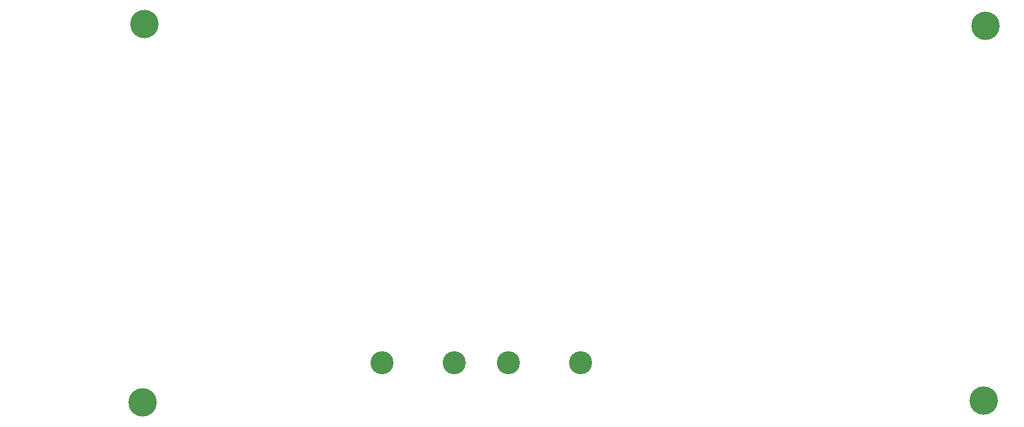
<source format=gbr>
%TF.GenerationSoftware,Altium Limited,Altium Designer,19.1.8 (144)*%
G04 Layer_Color=0*
%FSLAX26Y26*%
%MOIN*%
%TF.FileFunction,NonPlated,1,2,NPTH,Drill*%
%TF.Part,Single*%
G01*
G75*
%TA.AperFunction,ComponentDrill*%
%ADD58C,0.127953*%
%TA.AperFunction,OtherDrill,Pad Free-2 (130mil,2210mil)*%
%ADD59C,0.157480*%
%TA.AperFunction,OtherDrill,Pad Free-2 (120mil,110mil)*%
%ADD60C,0.157480*%
%TA.AperFunction,OtherDrill,Pad Free-2 (4790mil,2200mil)*%
%ADD61C,0.157480*%
%TA.AperFunction,OtherDrill,Pad Free-2 (4780mil,120mil)*%
%ADD62C,0.157480*%
G36*
X-535000Y1385000D02*
D01*
D02*
G37*
D58*
X1845000Y330000D02*
D03*
X1445000D02*
D03*
X2545000D02*
D03*
X2145000D02*
D03*
D59*
X130000Y2210000D02*
D03*
D60*
X120000Y110000D02*
D03*
D61*
X4790000Y2200000D02*
D03*
D62*
X4780000Y120000D02*
D03*
%TF.MD5,be4901a6eb318b2d6156f6c804eb52d2*%
M02*

</source>
